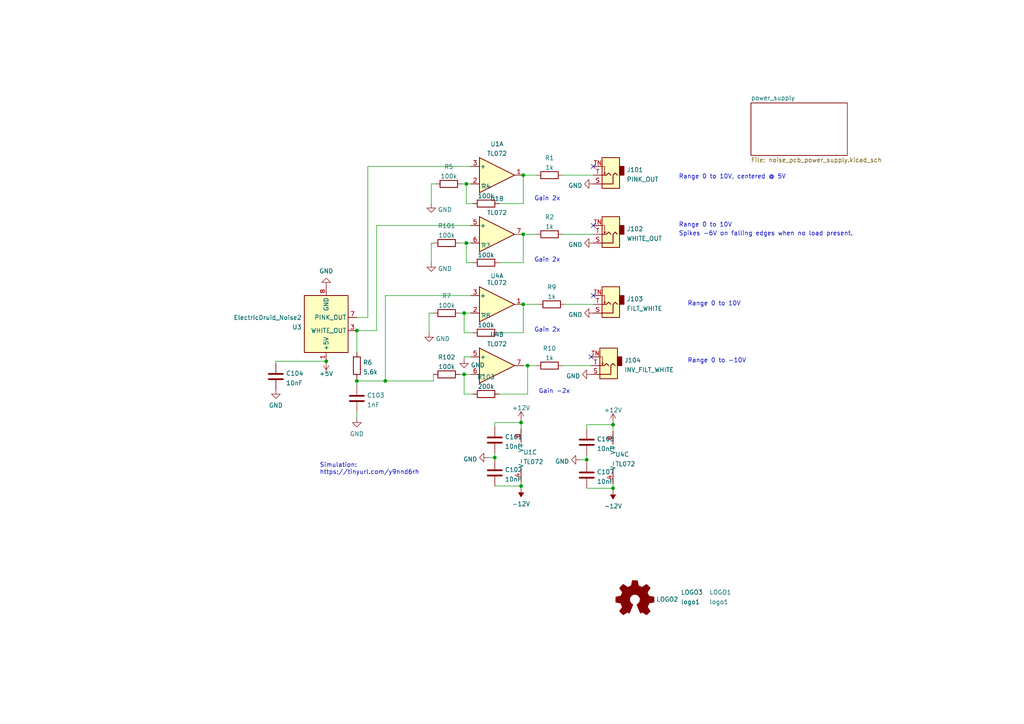
<source format=kicad_sch>
(kicad_sch (version 20211123) (generator eeschema)
  (paper "A4")
  (title_block (title "noise_pcb") (date "2022-01-31") (rev "v1"))
  (lib_symbols
    (symbol "Amplifier_Operational:TL072" (pin_names (offset 0.127))
      (property "Reference" "U" (at 0 5.08 0))
      (property "Value" "TL072" (at 0 -5.08 0))
      (symbol "TL072_1_1"
        (polyline (pts (xy -5.08 5.08) (xy 5.08 0) (xy -5.08 -5.08) (xy -5.08 5.08)) (stroke (width 0.254)) (fill (type background)))
        (pin output line (at 7.62 0 180) (length 2.54) (name "~") (number "1"))
        (pin input line (at -7.62 -2.54 0) (length 2.54) (name "-") (number "2"))
        (pin input line (at -7.62 2.54 0) (length 2.54) (name "+") (number "3"))
      )
      (symbol "TL072_2_1"
        (polyline (pts (xy -5.08 5.08) (xy 5.08 0) (xy -5.08 -5.08) (xy -5.08 5.08)) (stroke (width 0.254)) (fill (type background)))
        (pin input line (at -7.62 2.54 0) (length 2.54) (name "+") (number "5"))
        (pin input line (at -7.62 -2.54 0) (length 2.54) (name "-") (number "6"))
        (pin output line (at 7.62 0 180) (length 2.54) (name "~") (number "7"))
      )
      (symbol "TL072_3_1"
        (pin power_in line (at -2.54 -7.62 90) (length 3.81) (name "V-") (number "4"))
        (pin power_in line (at -2.54 7.62 270) (length 3.81) (name "V+") (number "8"))
      )
    )
    (symbol "Connector:AudioJack2_SwitchT"
      (property "Reference" "J" (at 0 8.89 0))
      (property "Value" "AudioJack2_SwitchT" (at 0 6.35 0))
      (symbol "AudioJack2_SwitchT_0_1"
        (rectangle (start -2.54 0) (end -3.81 -2.54) (stroke (width 0.254)) (fill (type outline)))
        (polyline (pts (xy 1.778 -0.254) (xy 2.032 -0.762)))
        (polyline (pts (xy 0 0) (xy 0.635 -0.635) (xy 1.27 0) (xy 2.54 0)) (stroke (width 0.254)))
        (polyline (pts (xy 2.54 -2.54) (xy 1.778 -2.54) (xy 1.778 -0.254) (xy 1.524 -0.762)))
        (polyline (pts (xy 2.54 2.54) (xy -0.635 2.54) (xy -0.635 0) (xy -1.27 -0.635) (xy -1.905 0)) (stroke (width 0.254)))
        (rectangle (start 2.54 3.81) (end -2.54 -5.08) (stroke (width 0.254)) (fill (type background)))
      )
      (symbol "AudioJack2_SwitchT_1_1"
        (pin passive line (at 5.08 2.54 180) (length 2.54) (name "~") (number "S"))
        (pin passive line (at 5.08 0 180) (length 2.54) (name "~") (number "T"))
        (pin passive line (at 5.08 -2.54 180) (length 2.54) (name "~") (number "TN"))
      )
    )
    (symbol "Device:C" (pin_numbers hide) (pin_names (offset 0.254))
      (property "Reference" "C" (at 0.635 2.54 0))
      (property "Value" "C" (at 0.635 -2.54 0))
      (symbol "C_0_1"
        (polyline (pts (xy -2.032 -0.762) (xy 2.032 -0.762)) (stroke (width 0.508)))
        (polyline (pts (xy -2.032 0.762) (xy 2.032 0.762)) (stroke (width 0.508)))
      )
      (symbol "C_1_1"
        (pin passive line (at 0 3.81 270) (length 2.794) (name "~") (number "1"))
        (pin passive line (at 0 -3.81 90) (length 2.794) (name "~") (number "2"))
      )
    )
    (symbol "Device:R" (pin_numbers hide) (pin_names (offset 0))
      (property "Reference" "R" (at 2.032 0 90))
      (property "Value" "R" (at 0 0 90))
      (symbol "R_0_1"
        (rectangle (start -1.016 -2.54) (end 1.016 2.54) (stroke (width 0.254)))
      )
      (symbol "R_1_1"
        (pin passive line (at 0 3.81 270) (length 1.27) (name "~") (number "1"))
        (pin passive line (at 0 -3.81 90) (length 1.27) (name "~") (number "2"))
      )
    )
    (symbol "My Stuff:ElectricDruid_Noise2"
      (property "Reference" "U" (at 2.54 8.89 0))
      (property "Value" "ElectricDruid_Noise2" (at -12.7 8.89 0))
      (symbol "ElectricDruid_Noise2_0_1"
        (rectangle (start -6.35 7.62) (end 6.35 -8.89) (stroke (width 0.254)) (fill (type background)))
      )
      (symbol "ElectricDruid_Noise2_1_1"
        (pin power_in line (at 0 10.16 270) (length 2.54) (name "+5V") (number "1"))
        (pin no_connect line (at 8.89 6.35 180) (length 2.54) hide (name "") (number "2"))
        (pin output line (at -8.89 1.27 0) (length 2.54) (name "WHITE_OUT") (number "3"))
        (pin no_connect line (at 8.89 3.81 180) (length 2.54) hide (name "") (number "4"))
        (pin no_connect line (at 8.89 1.27 180) (length 2.54) hide (name "") (number "5"))
        (pin no_connect line (at 8.89 -1.27 180) (length 2.54) hide (name "") (number "6"))
        (pin output line (at -8.89 -2.54 0) (length 2.54) (name "PINK_OUT") (number "7"))
        (pin power_in line (at 0 -11.43 90) (length 2.54) (name "GND") (number "8"))
      )
    )
    (symbol "My Stuff:Logo_Open_Hardware_Small" (pin_names (offset 1.016))
      (property "Reference" "LOGO1" (at 0 6.985 0))
      (symbol "Logo_Open_Hardware_Small_0_1"
        (polyline (pts (xy 3.3528 -4.3434) (xy 3.302 -4.318) (xy 3.175 -4.2418) (xy 2.9972 -4.1148) (xy 2.7686 -3.9624) (xy 2.54 -3.81) (xy 2.3622 -3.7084) (xy 2.2352 -3.6068) (xy 2.1844 -3.5814) (xy 2.159 -3.6068) (xy 2.0574 -3.6576) (xy 1.905 -3.7338) (xy 1.8034 -3.7846) (xy 1.6764 -3.8354) (xy 1.6002 -3.8354) (xy 1.6002 -3.8354) (xy 1.5494 -3.7338) (xy 1.4732 -3.5306) (xy 1.3462 -3.302) (xy 1.2446 -3.0226) (xy 1.1176 -2.7178) (xy 0.9652 -2.413) (xy 0.8636 -2.1082) (xy 0.7366 -1.8288) (xy 0.6604 -1.6256) (xy 0.6096 -1.4732) (xy 0.5842 -1.397) (xy 0.5842 -1.397) (xy 0.6604 -1.3208) (xy 0.7874 -1.2446) (xy 1.0414 -1.016) (xy 1.2954 -0.6858) (xy 1.4478 -0.3302) (xy 1.524 0.0762) (xy 1.4732 0.4572) (xy 1.3208 0.8128) (xy 1.0668 1.143) (xy 0.762 1.3716) (xy 0.4064 1.524) (xy 0 1.5748) (xy -0.381 1.5494) (xy -0.7366 1.397) (xy -1.0668 1.143) (xy -1.2192 0.9906) (xy -1.397 0.6604) (xy -1.524 0.3048) (xy -1.524 0.2286) (xy -1.4986 -0.1778) (xy -1.397 -0.5334) (xy -1.1938 -0.8636) (xy -0.9144 -1.143) (xy -0.8636 -1.1684) (xy -0.7366 -1.27) (xy -0.635 -1.3462) (xy -0.5842 -1.397) (xy -1.0668 -2.5908) (xy -1.143 -2.794) (xy -1.2954 -3.1242) (xy -1.397 -3.4036) (xy -1.4986 -3.6322) (xy -1.5748 -3.7846) (xy -1.6002 -3.8354) (xy -1.6002 -3.8354) (xy -1.651 -3.8354) (xy -1.7272 -3.81) (xy -1.905 -3.7338) (xy -2.0066 -3.683) (xy -2.1336 -3.6068) (xy -2.2098 -3.5814) (xy -2.2606 -3.6068) (xy -2.3622 -3.683) (xy -2.54 -3.81) (xy -2.7686 -3.9624) (xy -2.9718 -4.0894) (xy -3.1496 -4.2164) (xy -3.302 -4.318) (xy -3.3528 -4.3434) (xy -3.3782 -4.3434) (xy -3.429 -4.318) (xy -3.5306 -4.2164) (xy -3.7084 -4.064) (xy -3.937 -3.8354) (xy -3.9624 -3.81) (xy -4.1656 -3.6068) (xy -4.318 -3.4544) (xy -4.4196 -3.3274) (xy -4.445 -3.2766) (xy -4.445 -3.2766) (xy -4.4196 -3.2258) (xy -4.318 -3.0734) (xy -4.2164 -2.8956) (xy -4.064 -2.667) (xy -3.6576 -2.0828) (xy -3.8862 -1.5494) (xy -3.937 -1.3716) (xy -4.0386 -1.1684) (xy -4.0894 -1.0414) (xy -4.1148 -0.9652) (xy -4.191 -0.9398) (xy -4.318 -0.9144) (xy -4.5466 -0.8636) (xy -4.8006 -0.8128) (xy -5.0546 -0.7874) (xy -5.2578 -0.7366) (xy -5.4356 -0.7112) (xy -5.5118 -0.6858) (xy -5.5118 -0.6858) (xy -5.5372 -0.635) (xy -5.5372 -0.5588) (xy -5.5372 -0.4318) (xy -5.5626 -0.2286) (xy -5.5626 0.0762) (xy -5.5626 0.127) (xy -5.5372 0.4064) (xy -5.5372 0.635) (xy -5.5372 0.762) (xy -5.5372 0.8382) (xy -5.5372 0.8382) (xy -5.461 0.8382) (xy -5.3086 0.889) (xy -5.08 0.9144) (xy -4.826 0.9652) (xy -4.8006 0.9906) (xy -4.5466 1.0414) (xy -4.318 1.0668) (xy -4.1656 1.1176) (xy -4.0894 1.143) (xy -4.0894 1.143) (xy -4.0386 1.2446) (xy -3.9624 1.4224) (xy -3.8608 1.6256) (xy -3.7846 1.8288) (xy -3.7084 2.0066) (xy -3.6576 2.159) (xy -3.6322 2.2098) (xy -3.6322 2.2098) (xy -3.683 2.286) (xy -3.7592 2.413) (xy -3.8862 2.5908) (xy -4.064 2.8194) (xy -4.064 2.8448) (xy -4.2164 3.0734) (xy -4.3434 3.2512) (xy -4.4196 3.3782) (xy -4.445 3.4544) (xy -4.445 3.4544) (xy -4.3942 3.5052) (xy -4.2926 3.6322) (xy -4.1148 3.81) (xy -3.937 4.0132) (xy -3.8608 4.064) (xy -3.6576 4.2926) (xy -3.5052 4.4196) (xy -3.4036 4.4958) (xy -3.3528 4.5212) (xy -3.3528 4.5212) (xy -3.302 4.4704) (xy -3.1496 4.3688) (xy -2.9718 4.2418) (xy -2.7432 4.0894) (xy -2.7178 4.0894) (xy -2.4892 3.937) (xy -2.3114 3.81) (xy -2.1844 3.7084) (xy -2.1336 3.683) (xy -2.1082 3.683) (xy -2.032 3.7084) (xy -1.8542 3.7592) (xy -1.6764 3.8354) (xy -1.4732 3.937) (xy -1.27 4.0132) (xy -1.143 4.064) (xy -1.0668 4.1148) (xy -1.0668 4.1148) (xy -1.0414 4.191) (xy -1.016 4.3434) (xy -0.9652 4.572) (xy -0.9144 4.8514) (xy -0.889 4.9022) (xy -0.8382 5.1562) (xy -0.8128 5.3848) (xy -0.7874 5.5372) (xy -0.762 5.588) (xy -0.7112 5.6134) (xy -0.5842 5.6134) (xy -0.4064 5.6134) (xy -0.1524 5.6134) (xy 0.0762 5.6134) (xy 0.3302 5.6134) (xy 0.5334 5.6134) (xy 0.6858 5.588) (xy 0.7366 5.588) (xy 0.7366 5.588) (xy 0.762 5.5118) (xy 0.8128 5.334) (xy 0.8382 5.1054) (xy 0.9144 4.826) (xy 0.9144 4.7752) (xy 0.9652 4.5212) (xy 1.016 4.2926) (xy 1.0414 4.1402) (xy 1.0668 4.0894) (xy 1.0668 4.0894) (xy 1.1938 4.0386) (xy 1.3716 3.9624) (xy 1.5748 3.8608) (xy 2.0828 3.6576) (xy 2.7178 4.0894) (xy 2.7686 4.1402) (xy 2.9972 4.2926) (xy 3.175 4.4196) (xy 3.302 4.4958) (xy 3.3782 4.5212) (xy 3.3782 4.5212) (xy 3.429 4.4704) (xy 3.556 4.3434) (xy 3.7338 4.191) (xy 3.9116 3.9878) (xy 4.064 3.8354) (xy 4.2418 3.6576) (xy 4.3434 3.556) (xy 4.4196 3.4798) (xy 4.4196 3.429) (xy 4.4196 3.4036) (xy 4.3942 3.3274) (xy 4.2926 3.2004) (xy 4.1656 2.9972) (xy 4.0132 2.794) (xy 3.8862 2.5908) (xy 3.7592 2.3876) (xy 3.6576 2.2352) (xy 3.6322 2.159) (xy 3.6322 2.1336) (xy 3.683 2.0066) (xy 3.7592 1.8288) (xy 3.8608 1.6002) (xy 4.064 1.1176) (xy 4.3942 1.0414) (xy 4.5974 1.016) (xy 4.8768 0.9652) (xy 5.1308 0.9144) (xy 5.5372 0.8382) (xy 5.5626 -0.6604) (xy 5.4864 -0.6858) (xy 5.4356 -0.6858) (xy 5.2832 -0.7366) (xy 5.0546 -0.762) (xy 4.8006 -0.8128) (xy 4.5974 -0.8636) (xy 4.3688 -0.9144) (xy 4.2164 -0.9398) (xy 4.1402 -0.9398) (xy 4.1148 -0.9652) (xy 4.064 -1.0668) (xy 3.9878 -1.2446) (xy 3.9116 -1.4478) (xy 3.81 -1.651) (xy 3.7338 -1.8542) (xy 3.683 -2.0066) (xy 3.6576 -2.0828) (xy 3.683 -2.1336) (xy 3.7846 -2.2606) (xy 3.8862 -2.4638) (xy 4.0386 -2.667) (xy 4.191 -2.8956) (xy 4.318 -3.0734) (xy 4.3942 -3.2004) (xy 4.445 -3.2766) (xy 4.4196 -3.3274) (xy 4.3434 -3.429) (xy 4.1656 -3.5814) (xy 3.937 -3.8354) (xy 3.8862 -3.8608) (xy 3.683 -4.064) (xy 3.5306 -4.2164) (xy 3.4036 -4.318) (xy 3.3528 -4.3434)) (fill (type outline)))
      )
    )
    (symbol "My Stuff:logo1" (pin_names (offset 1.016))
      (property "Reference" "LOGO" (at 0 -1.27 0))
      (property "Value" "logo1" (at 0 1.27 0))
    )
    (symbol "power:+12V" (power) (pin_names (offset 0))
      (property "Value" "+12V" (at 0 3.556 0))
      (symbol "+12V_0_1"
        (polyline (pts (xy -0.762 1.27) (xy 0 2.54)))
        (polyline (pts (xy 0 0) (xy 0 2.54)))
        (polyline (pts (xy 0 2.54) (xy 0.762 1.27)))
      )
      (symbol "+12V_1_1"
        (pin power_in line (at 0 0 90) (length 0) hide (name "+12V") (number "1"))
      )
    )
    (symbol "power:+5V" (power) (pin_names (offset 0))
      (property "Value" "+5V" (at 0 3.556 0))
      (symbol "+5V_0_1"
        (polyline (pts (xy -0.762 1.27) (xy 0 2.54)))
        (polyline (pts (xy 0 0) (xy 0 2.54)))
        (polyline (pts (xy 0 2.54) (xy 0.762 1.27)))
      )
      (symbol "+5V_1_1"
        (pin power_in line (at 0 0 90) (length 0) hide (name "+5V") (number "1"))
      )
    )
    (symbol "power:-12V" (power) (pin_names (offset 0))
      (property "Value" "-12V" (at 0 3.81 0))
      (symbol "-12V_0_0"
        (pin power_in line (at 0 0 90) (length 0) hide (name "-12V") (number "1"))
      )
      (symbol "-12V_0_1"
        (polyline (pts (xy 0 0) (xy 0 1.27) (xy 0.762 1.27) (xy 0 2.54) (xy -0.762 1.27) (xy 0 1.27)) (fill (type outline)))
      )
    )
    (symbol "power:GND" (power) (pin_names (offset 0))
      (property "Value" "GND" (at 0 -3.81 0))
      (symbol "GND_0_1"
        (polyline (pts (xy 0 0) (xy 0 -1.27) (xy 1.27 -1.27) (xy 0 -2.54) (xy -1.27 -1.27) (xy 0 -1.27)))
      )
      (symbol "GND_1_1"
        (pin power_in line (at 0 0 270) (length 0) hide (name "GND") (number "1"))
      )
    )
  )
  (junction (at 134.62 108.585))
  (junction (at 177.8 141.605))
  (junction (at 151.13 122.555))
  (junction (at 170.18 133.35))
  (junction (at 153.035 106.045))
  (junction (at 94.615 104.775))
  (junction (at 151.13 140.97))
  (junction (at 103.505 95.885))
  (junction (at 151.765 50.8))
  (junction (at 177.8 123.19))
  (junction (at 143.51 132.715))
  (junction (at 135.255 70.485))
  (junction (at 103.505 110.49))
  (junction (at 151.765 67.945))
  (junction (at 135.255 53.34))
  (junction (at 134.62 90.805))
  (junction (at 111.76 110.49))
  (junction (at 151.765 88.265))
  (no_connect (at 171.45 103.505))
  (no_connect (at 172.085 85.725))
  (no_connect (at 172.085 65.405))
  (no_connect (at 172.085 48.26))
  (wire (pts (xy 135.255 70.485) (xy 135.255 76.2)))
  (wire (pts (xy 134.62 96.52) (xy 134.62 90.805)))
  (wire (pts (xy 170.18 124.46) (xy 170.18 123.19)))
  (wire (pts (xy 170.18 133.35) (xy 170.18 133.985)))
  (wire (pts (xy 177.8 122.555) (xy 177.8 123.19)))
  (wire (pts (xy 144.78 114.3) (xy 153.035 114.3)))
  (wire (pts (xy 151.765 50.8) (xy 151.765 59.055)))
  (wire (pts (xy 111.76 85.725) (xy 111.76 110.49)))
  (wire (pts (xy 151.13 140.97) (xy 151.13 139.7)))
  (wire (pts (xy 163.195 106.045) (xy 171.45 106.045)))
  (wire (pts (xy 151.765 96.52) (xy 144.78 96.52)))
  (wire (pts (xy 177.8 141.605) (xy 177.8 140.335)))
  (wire (pts (xy 111.76 110.49) (xy 125.73 110.49)))
  (wire (pts (xy 134.62 108.585) (xy 136.525 108.585)))
  (wire (pts (xy 136.525 65.405) (xy 109.22 65.405)))
  (wire (pts (xy 94.615 104.775) (xy 80.01 104.775)))
  (wire (pts (xy 170.18 123.19) (xy 177.8 123.19)))
  (wire (pts (xy 143.51 132.715) (xy 143.51 133.35)))
  (wire (pts (xy 125.095 53.34) (xy 125.095 59.055)))
  (wire (pts (xy 135.255 70.485) (xy 136.525 70.485)))
  (wire (pts (xy 133.35 70.485) (xy 135.255 70.485)))
  (wire (pts (xy 143.51 131.445) (xy 143.51 132.715)))
  (wire (pts (xy 151.765 106.045) (xy 153.035 106.045)))
  (wire (pts (xy 133.985 53.34) (xy 135.255 53.34)))
  (wire (pts (xy 151.765 88.265) (xy 156.21 88.265)))
  (wire (pts (xy 163.195 50.8) (xy 172.085 50.8)))
  (wire (pts (xy 143.51 122.555) (xy 151.13 122.555)))
  (wire (pts (xy 153.035 114.3) (xy 153.035 106.045)))
  (wire (pts (xy 106.68 92.075) (xy 103.505 92.075)))
  (wire (pts (xy 153.035 106.045) (xy 155.575 106.045)))
  (wire (pts (xy 137.16 96.52) (xy 134.62 96.52)))
  (wire (pts (xy 143.51 140.97) (xy 151.13 140.97)))
  (wire (pts (xy 177.8 141.605) (xy 177.8 142.24)))
  (wire (pts (xy 106.68 48.26) (xy 106.68 92.075)))
  (wire (pts (xy 134.62 90.805) (xy 136.525 90.805)))
  (wire (pts (xy 103.505 110.49) (xy 103.505 111.76)))
  (wire (pts (xy 109.22 65.405) (xy 109.22 95.885)))
  (wire (pts (xy 135.255 53.34) (xy 135.255 59.055)))
  (wire (pts (xy 141.605 132.715) (xy 143.51 132.715)))
  (wire (pts (xy 134.62 103.505) (xy 134.62 104.14)))
  (wire (pts (xy 163.83 88.265) (xy 172.085 88.265)))
  (wire (pts (xy 111.76 85.725) (xy 136.525 85.725)))
  (wire (pts (xy 126.365 53.34) (xy 125.095 53.34)))
  (wire (pts (xy 124.46 90.805) (xy 124.46 96.52)))
  (wire (pts (xy 125.73 90.805) (xy 124.46 90.805)))
  (wire (pts (xy 151.765 76.2) (xy 144.78 76.2)))
  (wire (pts (xy 125.73 110.49) (xy 125.73 108.585)))
  (wire (pts (xy 177.8 123.19) (xy 177.8 125.095)))
  (wire (pts (xy 109.22 95.885) (xy 103.505 95.885)))
  (wire (pts (xy 134.62 114.3) (xy 134.62 108.585)))
  (wire (pts (xy 151.765 88.265) (xy 151.765 96.52)))
  (wire (pts (xy 168.275 133.35) (xy 170.18 133.35)))
  (wire (pts (xy 137.16 76.2) (xy 135.255 76.2)))
  (wire (pts (xy 111.76 110.49) (xy 103.505 110.49)))
  (wire (pts (xy 151.13 121.92) (xy 151.13 122.555)))
  (wire (pts (xy 103.505 95.885) (xy 103.505 102.235)))
  (wire (pts (xy 170.18 141.605) (xy 177.8 141.605)))
  (wire (pts (xy 151.765 67.945) (xy 151.765 76.2)))
  (wire (pts (xy 151.13 140.97) (xy 151.13 141.605)))
  (wire (pts (xy 151.765 50.8) (xy 155.575 50.8)))
  (wire (pts (xy 136.525 103.505) (xy 134.62 103.505)))
  (wire (pts (xy 151.765 67.945) (xy 155.575 67.945)))
  (wire (pts (xy 135.255 59.055) (xy 137.16 59.055)))
  (wire (pts (xy 170.18 132.08) (xy 170.18 133.35)))
  (wire (pts (xy 151.13 122.555) (xy 151.13 124.46)))
  (wire (pts (xy 125.095 70.485) (xy 125.095 76.2)))
  (wire (pts (xy 144.78 59.055) (xy 151.765 59.055)))
  (wire (pts (xy 136.525 48.26) (xy 106.68 48.26)))
  (wire (pts (xy 137.16 114.3) (xy 134.62 114.3)))
  (wire (pts (xy 133.35 90.805) (xy 134.62 90.805)))
  (wire (pts (xy 143.51 123.825) (xy 143.51 122.555)))
  (wire (pts (xy 103.505 119.38) (xy 103.505 121.285)))
  (wire (pts (xy 80.01 104.775) (xy 80.01 105.41)))
  (wire (pts (xy 133.35 108.585) (xy 134.62 108.585)))
  (wire (pts (xy 135.255 53.34) (xy 136.525 53.34)))
  (wire (pts (xy 103.505 109.855) (xy 103.505 110.49)))
  (wire (pts (xy 125.73 70.485) (xy 125.095 70.485)))
  (wire (pts (xy 163.195 67.945) (xy 172.085 67.945)))
  (text "Gain -2x" (at 156.21 114.3 0) (effects (font (size 1.27 1.27)) (justify left bottom)))
  (text "Range 0 to 10V, centered @ 5V" (at 196.85 52.07 0) (effects (font (size 1.27 1.27)) (justify left bottom)))
  (text "Gain 2x" (at 154.94 76.2 0) (effects (font (size 1.27 1.27)) (justify left bottom)))
  (text "Gain 2x" (at 154.94 58.42 0) (effects (font (size 1.27 1.27)) (justify left bottom)))
  (text "Range 0 to 10V" (at 199.39 88.9 0) (effects (font (size 1.27 1.27)) (justify left bottom)))
  (text "Simulation:\nhttps://tinyurl.com/y9nnd6rh" (at 92.71 137.795 0) (effects (font (size 1.27 1.27)) (justify left bottom)))
  (text "Range 0 to -10V" (at 199.39 105.41 0) (effects (font (size 1.27 1.27)) (justify left bottom)))
  (text "Spikes -6V on falling edges when no load present." (at 196.85 68.58 0) (effects (font (size 1.27 1.27)) (justify left bottom)))
  (text "Range 0 to 10V" (at 196.85 66.04 0) (effects (font (size 1.27 1.27)) (justify left bottom)))
  (text "Gain 2x" (at 154.94 96.52 0) (effects (font (size 1.27 1.27)) (justify left bottom)))
  (symbol (lib_id "My Stuff:ElectricDruid_Noise2") (at 94.615 94.615 180) (unit 1)
    (property "Reference" "U3" (at 87.503 94.8885 0) (effects (justify left)))
    (property "Value" "ElectricDruid_Noise2" (at 87.503 92.1134 0) (effects (justify left)))
    (property "Footprint" "Package_DIP:DIP-8_W7.62mm_Socket_LongPads" (effects hide))
  )
  (symbol (lib_id "Device:R") (at 103.505 106.045 180) (unit 1)
    (property "Reference" "R6" (at 105.283 105.1365 0) (effects (justify right)))
    (property "Value" "5.6k" (at 105.283 107.9116 0) (effects (justify right)))
    (property "Footprint" "Resistor_SMD:R_1206_3216Metric_Pad1.30x1.75mm_HandSolder" (effects hide))
  )
  (symbol (lib_id "power:GND") (at 171.45 108.585 270) (unit 1)
    (property "Reference" "#PWR044" (effects hide))
    (property "Value" "GND" (at 168.2751 109.064 90) (effects (justify right)))
  )
  (symbol (lib_id "power:GND") (at 168.275 133.35 270) (unit 1)
    (property "Reference" "#PWR037" (effects hide))
    (property "Value" "GND" (at 165.1001 133.829 90) (effects (justify right)))
  )
  (symbol (lib_id "My Stuff:Logo_Open_Hardware_Small") (at 184.15 173.99 0) (unit 1)
    (property "Reference" "LOGO2" (at 190.3476 173.834 0) (effects (justify left)))
    (property "Value" "Logo_Open_Hardware_Small" (effects hide))
    (property "Footprint" "Symbol:OSHW-Symbol_6.7x6mm_SilkScreen" (effects hide))
  )
  (symbol (lib_id "power:GND") (at 172.085 70.485 270) (unit 1)
    (property "Reference" "#PWR046" (effects hide))
    (property "Value" "GND" (at 168.9101 70.964 90) (effects (justify right)))
  )
  (symbol (lib_id "Amplifier_Operational:TL072") (at 144.145 50.8 0) (unit 1)
    (property "Reference" "U1" (at 144.145 41.7535 0))
    (property "Value" "TL072" (at 144.145 44.5286 0))
    (property "Footprint" "Package_DIP:DIP-8_W7.62mm_Socket_LongPads" (effects hide))
    (property "Datasheet" "http://www.ti.com/lit/ds/symlink/tl071.pdf" (effects hide))
  )
  (symbol (lib_id "Device:C") (at 170.18 137.795 0) (unit 1)
    (property "Reference" "C107" (at 173.101 136.8865 0) (effects (justify left)))
    (property "Value" "10nF" (at 173.101 139.6616 0) (effects (justify left)))
    (property "Footprint" "Capacitor_THT:C_Disc_D6.0mm_W4.4mm_P5.00mm" (effects hide))
  )
  (symbol (lib_id "Amplifier_Operational:TL072") (at 144.145 106.045 0) (unit 2)
    (property "Reference" "U4" (at 144.145 96.9985 0))
    (property "Value" "TL072" (at 144.145 99.7736 0))
    (property "Footprint" "Package_DIP:DIP-8_W7.62mm_Socket_LongPads" (effects hide))
    (property "Datasheet" "http://www.ti.com/lit/ds/symlink/tl071.pdf" (effects hide))
  )
  (symbol (lib_id "power:GND") (at 172.085 90.805 270) (unit 1)
    (property "Reference" "#PWR047" (effects hide))
    (property "Value" "GND" (at 168.9101 91.284 90) (effects (justify right)))
  )
  (symbol (lib_id "power:+12V") (at 177.8 122.555 0) (unit 1)
    (property "Reference" "#PWR038" (effects hide))
    (property "Value" "+12V" (at 177.8 118.9505 0))
  )
  (symbol (lib_id "Connector:AudioJack2_SwitchT") (at 177.165 67.945 180) (unit 1)
    (property "Reference" "J102" (at 181.737 66.4015 0) (effects (justify right)))
    (property "Value" "WHITE_OUT" (at 181.737 69.1766 0) (effects (justify right)))
    (property "Footprint" "My Stuff:Jack_3.5mm_MJ-355W_and_PJ398SM_Vertical" (effects hide))
  )
  (symbol (lib_id "power:GND") (at 124.46 96.52 0) (unit 1)
    (property "Reference" "#PWR040" (effects hide))
    (property "Value" "GND" (at 126.365 98.269 0) (effects (justify left)))
  )
  (symbol (lib_id "power:GND") (at 125.095 59.055 0) (unit 1)
    (property "Reference" "#PWR041" (effects hide))
    (property "Value" "GND" (at 127 60.804 0) (effects (justify left)))
  )
  (symbol (lib_id "power:GND") (at 134.62 104.14 0) (unit 1)
    (property "Reference" "#PWR043" (effects hide))
    (property "Value" "GND" (at 136.525 105.889 0) (effects (justify left)))
  )
  (symbol (lib_id "Amplifier_Operational:TL072") (at 144.145 88.265 0) (unit 1)
    (property "Reference" "U4" (at 144.145 80.01 0))
    (property "Value" "TL072" (at 144.145 81.9936 0))
    (property "Footprint" "Package_DIP:DIP-8_W7.62mm_Socket_LongPads" (effects hide))
    (property "Datasheet" "http://www.ti.com/lit/ds/symlink/tl071.pdf" (effects hide))
  )
  (symbol (lib_id "power:GND") (at 103.505 121.285 0) (unit 1)
    (property "Reference" "#PWR033" (effects hide))
    (property "Value" "GND" (at 103.505 125.8475 0))
  )
  (symbol (lib_id "Connector:AudioJack2_SwitchT") (at 177.165 50.8 180) (unit 1)
    (property "Reference" "J101" (at 181.737 49.2565 0) (effects (justify right)))
    (property "Value" "PINK_OUT" (at 181.737 52.0316 0) (effects (justify right)))
    (property "Footprint" "My Stuff:Jack_3.5mm_MJ-355W_and_PJ398SM_Vertical" (effects hide))
  )
  (symbol (lib_id "Device:C") (at 143.51 127.635 0) (unit 1)
    (property "Reference" "C101" (at 146.431 126.7265 0) (effects (justify left)))
    (property "Value" "10nF" (at 146.431 129.5016 0) (effects (justify left)))
    (property "Footprint" "Capacitor_THT:C_Disc_D6.0mm_W4.4mm_P5.00mm" (effects hide))
  )
  (symbol (lib_id "Device:R") (at 160.02 88.265 90) (unit 1)
    (property "Reference" "R9" (at 160.02 83.2825 90))
    (property "Value" "1k" (at 160.02 86.0576 90))
    (property "Footprint" "Resistor_SMD:R_1206_3216Metric_Pad1.30x1.75mm_HandSolder" (effects hide))
  )
  (symbol (lib_id "Device:C") (at 143.51 137.16 0) (unit 1)
    (property "Reference" "C102" (at 146.431 136.2515 0) (effects (justify left)))
    (property "Value" "10nF" (at 146.431 139.0266 0) (effects (justify left)))
    (property "Footprint" "Capacitor_THT:C_Disc_D6.0mm_W4.4mm_P5.00mm" (effects hide))
  )
  (symbol (lib_id "Amplifier_Operational:TL072") (at 153.67 132.08 0) (unit 3)
    (property "Reference" "U1" (at 151.765 131.1715 0) (effects (justify left)))
    (property "Value" "TL072" (at 151.765 133.9466 0) (effects (justify left)))
    (property "Footprint" "Package_DIP:DIP-8_W7.62mm_Socket_LongPads" (effects hide))
    (property "Datasheet" "http://www.ti.com/lit/ds/symlink/tl071.pdf" (effects hide))
  )
  (symbol (lib_id "Device:R") (at 140.97 59.055 90) (unit 1)
    (property "Reference" "R4" (at 140.97 54.0725 90))
    (property "Value" "100k" (at 140.97 56.8476 90))
    (property "Footprint" "Resistor_SMD:R_1206_3216Metric_Pad1.30x1.75mm_HandSolder" (effects hide))
  )
  (symbol (lib_id "Device:R") (at 130.175 53.34 90) (unit 1)
    (property "Reference" "R5" (at 130.175 48.3575 90))
    (property "Value" "100k" (at 130.175 51.1326 90))
    (property "Footprint" "Resistor_SMD:R_1206_3216Metric_Pad1.30x1.75mm_HandSolder" (effects hide))
  )
  (symbol (lib_id "power:+5V") (at 94.615 104.775 180) (unit 1)
    (property "Reference" "#PWR031" (effects hide))
    (property "Value" "+5V" (at 94.615 108.3795 0))
  )
  (symbol (lib_id "Amplifier_Operational:TL072") (at 144.145 67.945 0) (unit 2)
    (property "Reference" "U1" (at 144.145 57.6285 0))
    (property "Value" "TL072" (at 144.145 61.6736 0))
    (property "Footprint" "Package_DIP:DIP-8_W7.62mm_Socket_LongPads" (effects hide))
    (property "Datasheet" "http://www.ti.com/lit/ds/symlink/tl071.pdf" (effects hide))
  )
  (symbol (lib_id "Device:R") (at 140.97 96.52 90) (unit 1)
    (property "Reference" "R8" (at 140.97 91.5375 90))
    (property "Value" "100k" (at 140.97 94.3126 90))
    (property "Footprint" "Resistor_SMD:R_1206_3216Metric_Pad1.30x1.75mm_HandSolder" (effects hide))
  )
  (symbol (lib_id "power:+12V") (at 151.13 121.92 0) (unit 1)
    (property "Reference" "#PWR035" (effects hide))
    (property "Value" "+12V" (at 151.13 118.3155 0))
  )
  (symbol (lib_id "Amplifier_Operational:TL072") (at 180.34 132.715 0) (unit 3)
    (property "Reference" "U4" (at 178.435 131.8065 0) (effects (justify left)))
    (property "Value" "TL072" (at 178.435 134.5816 0) (effects (justify left)))
    (property "Footprint" "Package_DIP:DIP-8_W7.62mm_Socket_LongPads" (effects hide))
    (property "Datasheet" "http://www.ti.com/lit/ds/symlink/tl071.pdf" (effects hide))
  )
  (symbol (lib_id "Device:C") (at 103.505 115.57 0) (unit 1)
    (property "Reference" "C103" (at 106.426 114.6615 0) (effects (justify left)))
    (property "Value" "1nF" (at 106.426 117.4366 0) (effects (justify left)))
    (property "Footprint" "Capacitor_THT:C_Disc_D6.0mm_W4.4mm_P5.00mm" (effects hide))
  )
  (symbol (lib_id "Device:R") (at 129.54 70.485 90) (unit 1)
    (property "Reference" "R101" (at 129.54 65.5025 90))
    (property "Value" "100k" (at 129.54 68.2776 90))
    (property "Footprint" "Resistor_SMD:R_1206_3216Metric_Pad1.30x1.75mm_HandSolder" (effects hide))
  )
  (symbol (lib_id "Connector:AudioJack2_SwitchT") (at 177.165 88.265 180) (unit 1)
    (property "Reference" "J103" (at 181.737 86.7215 0) (effects (justify right)))
    (property "Value" "FILT_WHITE" (at 181.737 89.4966 0) (effects (justify right)))
    (property "Footprint" "My Stuff:Jack_3.5mm_MJ-355W_and_PJ398SM_Vertical" (effects hide))
  )
  (symbol (lib_id "power:-12V") (at 151.13 141.605 180) (unit 1)
    (property "Reference" "#PWR036" (effects hide))
    (property "Value" "-12V" (at 151.13 146.1675 0))
  )
  (symbol (lib_id "power:GND") (at 94.615 83.185 180) (unit 1)
    (property "Reference" "#PWR032" (effects hide))
    (property "Value" "GND" (at 94.615 78.6225 0))
  )
  (symbol (lib_id "Device:R") (at 129.54 90.805 90) (unit 1)
    (property "Reference" "R7" (at 129.54 85.8225 90))
    (property "Value" "100k" (at 129.54 88.5976 90))
    (property "Footprint" "Resistor_SMD:R_1206_3216Metric_Pad1.30x1.75mm_HandSolder" (effects hide))
  )
  (symbol (lib_id "Device:R") (at 140.97 76.2 90) (unit 1)
    (property "Reference" "R3" (at 140.97 71.2175 90))
    (property "Value" "100k" (at 140.97 73.9926 90))
    (property "Footprint" "Resistor_SMD:R_1206_3216Metric_Pad1.30x1.75mm_HandSolder" (effects hide))
  )
  (symbol (lib_id "power:-12V") (at 177.8 142.24 180) (unit 1)
    (property "Reference" "#PWR039" (effects hide))
    (property "Value" "-12V" (at 177.8 146.8025 0))
  )
  (symbol (lib_id "My Stuff:logo1") (at 205.105 172.72 0) (unit 1)
    (property "Reference" "LOGO1" (at 205.74 171.8115 0) (effects (justify left)))
    (property "Value" "logo1" (at 205.74 174.5866 0) (effects (justify left)))
    (property "Footprint" "My Stuff:Logo2" (effects hide))
  )
  (symbol (lib_id "power:GND") (at 141.605 132.715 270) (unit 1)
    (property "Reference" "#PWR034" (effects hide))
    (property "Value" "GND" (at 138.4301 133.194 90) (effects (justify right)))
  )
  (symbol (lib_id "power:GND") (at 172.085 53.34 270) (unit 1)
    (property "Reference" "#PWR045" (effects hide))
    (property "Value" "GND" (at 168.9101 53.819 90) (effects (justify right)))
  )
  (symbol (lib_id "Device:R") (at 159.385 50.8 90) (unit 1)
    (property "Reference" "R1" (at 159.385 45.8175 90))
    (property "Value" "1k" (at 159.385 48.5926 90))
    (property "Footprint" "Resistor_SMD:R_1206_3216Metric_Pad1.30x1.75mm_HandSolder" (effects hide))
  )
  (symbol (lib_id "power:GND") (at 125.095 76.2 0) (unit 1)
    (property "Reference" "#PWR042" (effects hide))
    (property "Value" "GND" (at 127 77.949 0) (effects (justify left)))
  )
  (symbol (lib_id "Device:R") (at 159.385 106.045 90) (unit 1)
    (property "Reference" "R10" (at 159.385 101.0625 90))
    (property "Value" "1k" (at 159.385 103.8376 90))
    (property "Footprint" "Resistor_SMD:R_1206_3216Metric_Pad1.30x1.75mm_HandSolder" (effects hide))
  )
  (symbol (lib_id "Device:R") (at 140.97 114.3 90) (unit 1)
    (property "Reference" "R103" (at 140.97 109.3175 90))
    (property "Value" "200k" (at 140.97 112.0926 90))
    (property "Footprint" "Resistor_SMD:R_1206_3216Metric_Pad1.30x1.75mm_HandSolder" (effects hide))
  )
  (symbol (lib_id "Connector:AudioJack2_SwitchT") (at 176.53 106.045 180) (unit 1)
    (property "Reference" "J104" (at 181.102 104.5015 0) (effects (justify right)))
    (property "Value" "INV_FILT_WHITE" (at 181.102 107.2766 0) (effects (justify right)))
    (property "Footprint" "My Stuff:Jack_3.5mm_MJ-355W_and_PJ398SM_Vertical" (effects hide))
  )
  (symbol (lib_id "Device:R") (at 129.54 108.585 90) (unit 1)
    (property "Reference" "R102" (at 129.54 103.6025 90))
    (property "Value" "100k" (at 129.54 106.3776 90))
    (property "Footprint" "Resistor_SMD:R_1206_3216Metric_Pad1.30x1.75mm_HandSolder" (effects hide))
  )
  (symbol (lib_id "Device:R") (at 159.385 67.945 90) (unit 1)
    (property "Reference" "R2" (at 159.385 62.9625 90))
    (property "Value" "1k" (at 159.385 65.7376 90))
    (property "Footprint" "Resistor_SMD:R_1206_3216Metric_Pad1.30x1.75mm_HandSolder" (effects hide))
  )
  (symbol (lib_id "My Stuff:logo1") (at 196.85 172.72 0) (unit 1)
    (property "Reference" "LOGO3" (at 197.485 171.8115 0) (effects (justify left)))
    (property "Value" "logo1" (at 197.485 174.5866 0) (effects (justify left)))
    (property "Footprint" "My Stuff:Logo1" (effects hide))
  )
  (symbol (lib_id "power:GND") (at 80.01 113.03 0) (unit 1)
    (property "Reference" "#PWR048" (effects hide))
    (property "Value" "GND" (at 80.01 117.5925 0))
  )
  (symbol (lib_id "Device:C") (at 80.01 109.22 0) (unit 1)
    (property "Reference" "C104" (at 82.931 108.3115 0) (effects (justify left)))
    (property "Value" "10nF" (at 82.931 111.0866 0) (effects (justify left)))
    (property "Footprint" "Capacitor_THT:C_Disc_D6.0mm_W4.4mm_P5.00mm" (effects hide))
  )
  (symbol (lib_id "Device:C") (at 170.18 128.27 0) (unit 1)
    (property "Reference" "C108" (at 173.101 127.3615 0) (effects (justify left)))
    (property "Value" "10nF" (at 173.101 130.1366 0) (effects (justify left)))
    (property "Footprint" "Capacitor_THT:C_Disc_D6.0mm_W4.4mm_P5.00mm" (effects hide))
  )
  (sheet (at 217.805 29.845) (size 27.94 15.24) (stroke (width 0.1524))
    (property "Sheet name" "power_supply" (at 217.805 29.1334 0) (effects (justify left bottom)))
    (property "Sheet file" "noise_pcb_power_supply.kicad_sch" (at 217.805 45.6696 0) (effects (justify left top)))
  )
)
</source>
